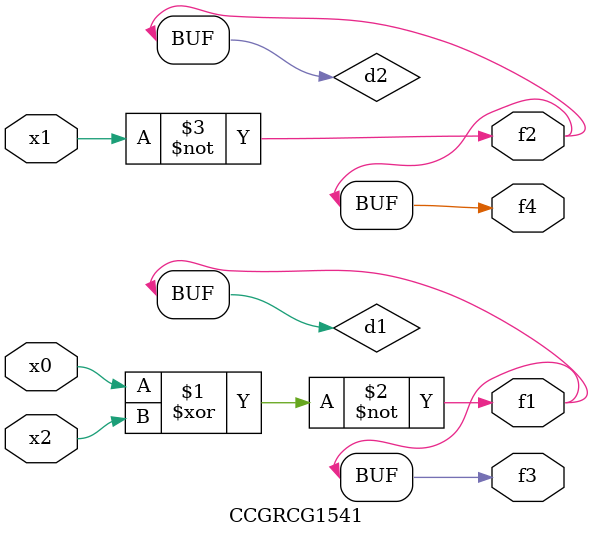
<source format=v>
module CCGRCG1541(
	input x0, x1, x2,
	output f1, f2, f3, f4
);

	wire d1, d2, d3;

	xnor (d1, x0, x2);
	nand (d2, x1);
	nor (d3, x1, x2);
	assign f1 = d1;
	assign f2 = d2;
	assign f3 = d1;
	assign f4 = d2;
endmodule

</source>
